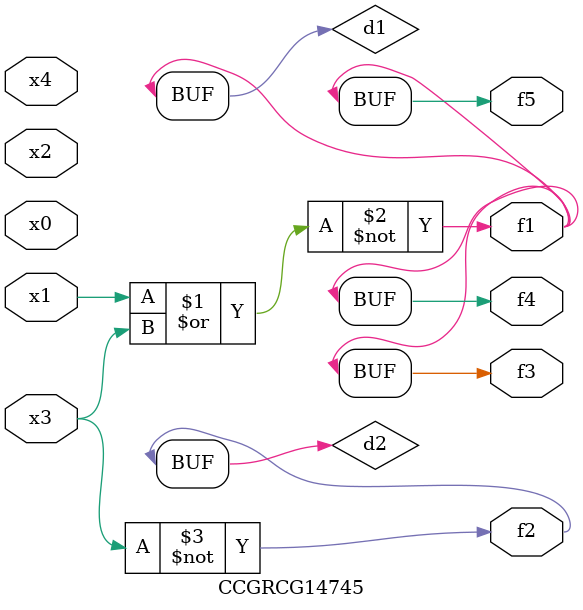
<source format=v>
module CCGRCG14745(
	input x0, x1, x2, x3, x4,
	output f1, f2, f3, f4, f5
);

	wire d1, d2;

	nor (d1, x1, x3);
	not (d2, x3);
	assign f1 = d1;
	assign f2 = d2;
	assign f3 = d1;
	assign f4 = d1;
	assign f5 = d1;
endmodule

</source>
